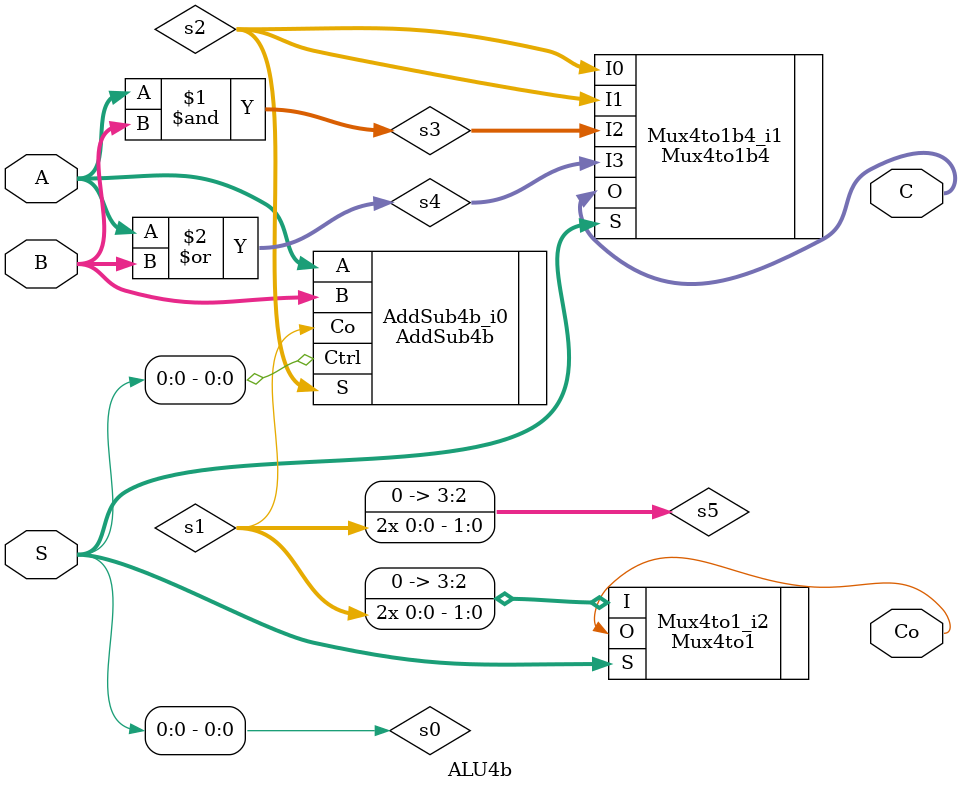
<source format=v>
/*
 * Generated by Digital. Don't modify this file!
 * Any changes will be lost if this file is regenerated.
 */
module ALU4b (
  input [1:0] S,
  input [3:0] A,
  input [3:0] B,
  output Co,
  output [3:0] C
);
  wire s0;
  wire s1;
  wire [3:0] s2;
  wire [3:0] s3;
  wire [3:0] s4;
  wire [3:0] s5;
  assign s3 = (A & B);
  assign s4 = (A | B);
  assign s0 = S[0];
  AddSub4b AddSub4b_i0 (
    .Ctrl( s0 ),
    .A( A ),
    .B( B ),
    .Co( s1 ),
    .S( s2 )
  );
  Mux4to1b4 Mux4to1b4_i1 (
    .S( S ),
    .I0( s2 ),
    .I1( s2 ),
    .I2( s3 ),
    .I3( s4 ),
    .O( C )
  );
  assign s5[0] = s1;
  assign s5[1] = s1;
  assign s5[2] = 1'b0;
  assign s5[3] = 1'b0;
  Mux4to1 Mux4to1_i2 (
    .S( S ),
    .I( s5 ),
    .O( Co )
  );
endmodule

</source>
